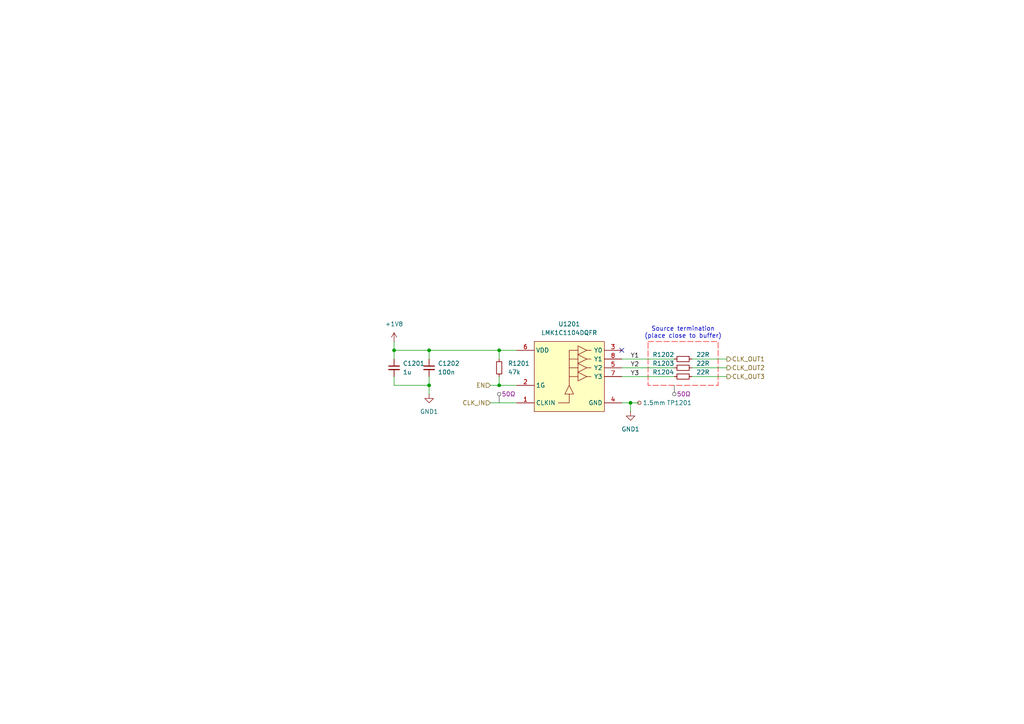
<source format=kicad_sch>
(kicad_sch
	(version 20250114)
	(generator "eeschema")
	(generator_version "9.0")
	(uuid "5c0d76ea-b8c5-46d9-b1c5-59d89f580f1a")
	(paper "A4")
	(title_block
		(title "Clock Buffer")
		(date "2025-06-30")
		(comment 4 "Receives a 25MHz clock from the switch and distributes it to the 3 1000BASE-T1 PHYs.")
	)
	(lib_symbols
		(symbol "CLK-BUF:LMK1C1104DQFR"
			(exclude_from_sim no)
			(in_bom yes)
			(on_board yes)
			(property "Reference" "U"
				(at 0 5.08 0)
				(effects
					(font
						(size 1.27 1.27)
					)
				)
			)
			(property "Value" "LMK1C1104DQFR"
				(at 0 2.54 0)
				(effects
					(font
						(size 1.27 1.27)
					)
				)
			)
			(property "Footprint" "project_footprints:SON50P200X200X80-8N"
				(at 24.13 -94.92 0)
				(effects
					(font
						(size 1.27 1.27)
					)
					(justify left top)
					(hide yes)
				)
			)
			(property "Datasheet" "https://www.ti.com/lit/ds/symlink/lmk1c1104.pdf?ts=1625794058723&ref_url=https%253A%252F%252Fwww.ti.com%252Fproduct%252FLMK1C1104"
				(at 24.13 -194.92 0)
				(effects
					(font
						(size 1.27 1.27)
					)
					(justify left top)
					(hide yes)
				)
			)
			(property "Description" "Clock Buffer 4-channel output LVC MOS 1.8-V buffer"
				(at 0 -22.86 0)
				(effects
					(font
						(size 1.27 1.27)
					)
					(hide yes)
				)
			)
			(property "Height" "0.8"
				(at 24.13 -394.92 0)
				(effects
					(font
						(size 1.27 1.27)
					)
					(justify left top)
					(hide yes)
				)
			)
			(property "Mouser Part Number" "595-LMK1C1104DQFR"
				(at 24.13 -494.92 0)
				(effects
					(font
						(size 1.27 1.27)
					)
					(justify left top)
					(hide yes)
				)
			)
			(property "Mouser Price/Stock" "https://www.mouser.co.uk/ProductDetail/Texas-Instruments/LMK1C1104DQFR?qs=QNEnbhJQKvYdwt0bSAj%252Blw%3D%3D"
				(at 24.13 -594.92 0)
				(effects
					(font
						(size 1.27 1.27)
					)
					(justify left top)
					(hide yes)
				)
			)
			(property "Manufacturer_Name" "Texas Instruments"
				(at 24.13 -694.92 0)
				(effects
					(font
						(size 1.27 1.27)
					)
					(justify left top)
					(hide yes)
				)
			)
			(property "Manufacturer_Part_Number" "LMK1C1104DQFR"
				(at 24.13 -794.92 0)
				(effects
					(font
						(size 1.27 1.27)
					)
					(justify left top)
					(hide yes)
				)
			)
			(symbol "LMK1C1104DQFR_1_1"
				(rectangle
					(start -10.16 0)
					(end 10.16 -20.32)
					(stroke
						(width 0)
						(type solid)
					)
					(fill
						(type background)
					)
				)
				(polyline
					(pts
						(xy -3.175 -17.78) (xy 0 -17.78) (xy 0 -15.24)
					)
					(stroke
						(width 0)
						(type default)
					)
					(fill
						(type none)
					)
				)
				(polyline
					(pts
						(xy -1.27 -15.24) (xy 0 -12.7) (xy 1.27 -15.24) (xy -1.27 -15.24)
					)
					(stroke
						(width 0)
						(type default)
					)
					(fill
						(type none)
					)
				)
				(polyline
					(pts
						(xy 0 -12.7) (xy 0 -2.54) (xy 2.54 -2.54)
					)
					(stroke
						(width 0)
						(type default)
					)
					(fill
						(type none)
					)
				)
				(polyline
					(pts
						(xy 2.54 -1.27) (xy 5.08 -2.54) (xy 2.54 -3.81) (xy 2.54 -1.27)
					)
					(stroke
						(width 0)
						(type default)
					)
					(fill
						(type none)
					)
				)
				(polyline
					(pts
						(xy 2.54 -3.81) (xy 5.08 -5.08) (xy 2.54 -6.35) (xy 2.54 -3.81)
					)
					(stroke
						(width 0)
						(type default)
					)
					(fill
						(type none)
					)
				)
				(polyline
					(pts
						(xy 2.54 -5.08) (xy 0 -5.08)
					)
					(stroke
						(width 0)
						(type default)
					)
					(fill
						(type none)
					)
				)
				(polyline
					(pts
						(xy 2.54 -6.35) (xy 5.08 -7.62) (xy 2.54 -8.89) (xy 2.54 -6.35)
					)
					(stroke
						(width 0)
						(type default)
					)
					(fill
						(type none)
					)
				)
				(polyline
					(pts
						(xy 2.54 -7.62) (xy 0 -7.62)
					)
					(stroke
						(width 0)
						(type default)
					)
					(fill
						(type none)
					)
				)
				(polyline
					(pts
						(xy 2.54 -8.89) (xy 5.08 -10.16) (xy 2.54 -11.43) (xy 2.54 -8.89)
					)
					(stroke
						(width 0)
						(type default)
					)
					(fill
						(type none)
					)
				)
				(polyline
					(pts
						(xy 2.54 -10.16) (xy 0 -10.16)
					)
					(stroke
						(width 0)
						(type default)
					)
					(fill
						(type none)
					)
				)
				(polyline
					(pts
						(xy 5.08 -2.54) (xy 6.35 -2.54)
					)
					(stroke
						(width 0)
						(type default)
					)
					(fill
						(type none)
					)
				)
				(polyline
					(pts
						(xy 5.08 -7.62) (xy 6.35 -7.62)
					)
					(stroke
						(width 0)
						(type default)
					)
					(fill
						(type none)
					)
				)
				(polyline
					(pts
						(xy 5.08 -10.16) (xy 6.35 -10.16)
					)
					(stroke
						(width 0)
						(type default)
					)
					(fill
						(type none)
					)
				)
				(polyline
					(pts
						(xy 6.35 -5.08) (xy 5.08 -5.08)
					)
					(stroke
						(width 0)
						(type default)
					)
					(fill
						(type none)
					)
				)
				(pin power_in line
					(at -15.24 -2.54 0)
					(length 5.08)
					(name "VDD"
						(effects
							(font
								(size 1.27 1.27)
							)
						)
					)
					(number "6"
						(effects
							(font
								(size 1.27 1.27)
							)
						)
					)
				)
				(pin input line
					(at -15.24 -12.7 0)
					(length 5.08)
					(name "1G"
						(effects
							(font
								(size 1.27 1.27)
							)
						)
					)
					(number "2"
						(effects
							(font
								(size 1.27 1.27)
							)
						)
					)
				)
				(pin input line
					(at -15.24 -17.78 0)
					(length 5.08)
					(name "CLKIN"
						(effects
							(font
								(size 1.27 1.27)
							)
						)
					)
					(number "1"
						(effects
							(font
								(size 1.27 1.27)
							)
						)
					)
				)
				(pin output line
					(at 15.24 -2.54 180)
					(length 5.08)
					(name "Y0"
						(effects
							(font
								(size 1.27 1.27)
							)
						)
					)
					(number "3"
						(effects
							(font
								(size 1.27 1.27)
							)
						)
					)
				)
				(pin output line
					(at 15.24 -5.08 180)
					(length 5.08)
					(name "Y1"
						(effects
							(font
								(size 1.27 1.27)
							)
						)
					)
					(number "8"
						(effects
							(font
								(size 1.27 1.27)
							)
						)
					)
				)
				(pin output line
					(at 15.24 -7.62 180)
					(length 5.08)
					(name "Y2"
						(effects
							(font
								(size 1.27 1.27)
							)
						)
					)
					(number "5"
						(effects
							(font
								(size 1.27 1.27)
							)
						)
					)
				)
				(pin output line
					(at 15.24 -10.16 180)
					(length 5.08)
					(name "Y3"
						(effects
							(font
								(size 1.27 1.27)
							)
						)
					)
					(number "7"
						(effects
							(font
								(size 1.27 1.27)
							)
						)
					)
				)
				(pin passive line
					(at 15.24 -17.78 180)
					(length 5.08)
					(name "GND"
						(effects
							(font
								(size 1.27 1.27)
							)
						)
					)
					(number "4"
						(effects
							(font
								(size 1.27 1.27)
							)
						)
					)
				)
			)
			(embedded_fonts no)
		)
		(symbol "Connector:TestPoint_Small"
			(pin_numbers
				(hide yes)
			)
			(pin_names
				(offset 0.762)
				(hide yes)
			)
			(exclude_from_sim no)
			(in_bom yes)
			(on_board yes)
			(property "Reference" "TP"
				(at 0 3.81 0)
				(effects
					(font
						(size 1.27 1.27)
					)
				)
			)
			(property "Value" "TestPoint_Small"
				(at 0 2.032 0)
				(effects
					(font
						(size 1.27 1.27)
					)
				)
			)
			(property "Footprint" ""
				(at 5.08 0 0)
				(effects
					(font
						(size 1.27 1.27)
					)
					(hide yes)
				)
			)
			(property "Datasheet" "~"
				(at 5.08 0 0)
				(effects
					(font
						(size 1.27 1.27)
					)
					(hide yes)
				)
			)
			(property "Description" "test point"
				(at 0 0 0)
				(effects
					(font
						(size 1.27 1.27)
					)
					(hide yes)
				)
			)
			(property "ki_keywords" "test point tp"
				(at 0 0 0)
				(effects
					(font
						(size 1.27 1.27)
					)
					(hide yes)
				)
			)
			(property "ki_fp_filters" "Pin* Test*"
				(at 0 0 0)
				(effects
					(font
						(size 1.27 1.27)
					)
					(hide yes)
				)
			)
			(symbol "TestPoint_Small_0_1"
				(circle
					(center 0 0)
					(radius 0.508)
					(stroke
						(width 0)
						(type default)
					)
					(fill
						(type none)
					)
				)
			)
			(symbol "TestPoint_Small_1_1"
				(pin passive line
					(at 0 0 90)
					(length 0)
					(name "1"
						(effects
							(font
								(size 1.27 1.27)
							)
						)
					)
					(number "1"
						(effects
							(font
								(size 1.27 1.27)
							)
						)
					)
				)
			)
			(embedded_fonts no)
		)
		(symbol "Device:C_Small"
			(pin_numbers
				(hide yes)
			)
			(pin_names
				(offset 0.254)
				(hide yes)
			)
			(exclude_from_sim no)
			(in_bom yes)
			(on_board yes)
			(property "Reference" "C"
				(at 0.254 1.778 0)
				(effects
					(font
						(size 1.27 1.27)
					)
					(justify left)
				)
			)
			(property "Value" "C_Small"
				(at 0.254 -2.032 0)
				(effects
					(font
						(size 1.27 1.27)
					)
					(justify left)
				)
			)
			(property "Footprint" ""
				(at 0 0 0)
				(effects
					(font
						(size 1.27 1.27)
					)
					(hide yes)
				)
			)
			(property "Datasheet" "~"
				(at 0 0 0)
				(effects
					(font
						(size 1.27 1.27)
					)
					(hide yes)
				)
			)
			(property "Description" "Unpolarized capacitor, small symbol"
				(at 0 0 0)
				(effects
					(font
						(size 1.27 1.27)
					)
					(hide yes)
				)
			)
			(property "ki_keywords" "capacitor cap"
				(at 0 0 0)
				(effects
					(font
						(size 1.27 1.27)
					)
					(hide yes)
				)
			)
			(property "ki_fp_filters" "C_*"
				(at 0 0 0)
				(effects
					(font
						(size 1.27 1.27)
					)
					(hide yes)
				)
			)
			(symbol "C_Small_0_1"
				(polyline
					(pts
						(xy -1.524 0.508) (xy 1.524 0.508)
					)
					(stroke
						(width 0.3048)
						(type default)
					)
					(fill
						(type none)
					)
				)
				(polyline
					(pts
						(xy -1.524 -0.508) (xy 1.524 -0.508)
					)
					(stroke
						(width 0.3302)
						(type default)
					)
					(fill
						(type none)
					)
				)
			)
			(symbol "C_Small_1_1"
				(pin passive line
					(at 0 2.54 270)
					(length 2.032)
					(name "~"
						(effects
							(font
								(size 1.27 1.27)
							)
						)
					)
					(number "1"
						(effects
							(font
								(size 1.27 1.27)
							)
						)
					)
				)
				(pin passive line
					(at 0 -2.54 90)
					(length 2.032)
					(name "~"
						(effects
							(font
								(size 1.27 1.27)
							)
						)
					)
					(number "2"
						(effects
							(font
								(size 1.27 1.27)
							)
						)
					)
				)
			)
			(embedded_fonts no)
		)
		(symbol "Device:R_Small"
			(pin_numbers
				(hide yes)
			)
			(pin_names
				(offset 0.254)
				(hide yes)
			)
			(exclude_from_sim no)
			(in_bom yes)
			(on_board yes)
			(property "Reference" "R"
				(at 0 0 90)
				(effects
					(font
						(size 1.016 1.016)
					)
				)
			)
			(property "Value" "R_Small"
				(at 1.778 0 90)
				(effects
					(font
						(size 1.27 1.27)
					)
				)
			)
			(property "Footprint" ""
				(at 0 0 0)
				(effects
					(font
						(size 1.27 1.27)
					)
					(hide yes)
				)
			)
			(property "Datasheet" "~"
				(at 0 0 0)
				(effects
					(font
						(size 1.27 1.27)
					)
					(hide yes)
				)
			)
			(property "Description" "Resistor, small symbol"
				(at 0 0 0)
				(effects
					(font
						(size 1.27 1.27)
					)
					(hide yes)
				)
			)
			(property "ki_keywords" "R resistor"
				(at 0 0 0)
				(effects
					(font
						(size 1.27 1.27)
					)
					(hide yes)
				)
			)
			(property "ki_fp_filters" "R_*"
				(at 0 0 0)
				(effects
					(font
						(size 1.27 1.27)
					)
					(hide yes)
				)
			)
			(symbol "R_Small_0_1"
				(rectangle
					(start -0.762 1.778)
					(end 0.762 -1.778)
					(stroke
						(width 0.2032)
						(type default)
					)
					(fill
						(type none)
					)
				)
			)
			(symbol "R_Small_1_1"
				(pin passive line
					(at 0 2.54 270)
					(length 0.762)
					(name "~"
						(effects
							(font
								(size 1.27 1.27)
							)
						)
					)
					(number "1"
						(effects
							(font
								(size 1.27 1.27)
							)
						)
					)
				)
				(pin passive line
					(at 0 -2.54 90)
					(length 0.762)
					(name "~"
						(effects
							(font
								(size 1.27 1.27)
							)
						)
					)
					(number "2"
						(effects
							(font
								(size 1.27 1.27)
							)
						)
					)
				)
			)
			(embedded_fonts no)
		)
		(symbol "power:+1V8"
			(power)
			(pin_numbers
				(hide yes)
			)
			(pin_names
				(offset 0)
				(hide yes)
			)
			(exclude_from_sim no)
			(in_bom yes)
			(on_board yes)
			(property "Reference" "#PWR"
				(at 0 -3.81 0)
				(effects
					(font
						(size 1.27 1.27)
					)
					(hide yes)
				)
			)
			(property "Value" "+1V8"
				(at 0 3.556 0)
				(effects
					(font
						(size 1.27 1.27)
					)
				)
			)
			(property "Footprint" ""
				(at 0 0 0)
				(effects
					(font
						(size 1.27 1.27)
					)
					(hide yes)
				)
			)
			(property "Datasheet" ""
				(at 0 0 0)
				(effects
					(font
						(size 1.27 1.27)
					)
					(hide yes)
				)
			)
			(property "Description" "Power symbol creates a global label with name \"+1V8\""
				(at 0 0 0)
				(effects
					(font
						(size 1.27 1.27)
					)
					(hide yes)
				)
			)
			(property "ki_keywords" "global power"
				(at 0 0 0)
				(effects
					(font
						(size 1.27 1.27)
					)
					(hide yes)
				)
			)
			(symbol "+1V8_0_1"
				(polyline
					(pts
						(xy -0.762 1.27) (xy 0 2.54)
					)
					(stroke
						(width 0)
						(type default)
					)
					(fill
						(type none)
					)
				)
				(polyline
					(pts
						(xy 0 2.54) (xy 0.762 1.27)
					)
					(stroke
						(width 0)
						(type default)
					)
					(fill
						(type none)
					)
				)
				(polyline
					(pts
						(xy 0 0) (xy 0 2.54)
					)
					(stroke
						(width 0)
						(type default)
					)
					(fill
						(type none)
					)
				)
			)
			(symbol "+1V8_1_1"
				(pin power_in line
					(at 0 0 90)
					(length 0)
					(name "~"
						(effects
							(font
								(size 1.27 1.27)
							)
						)
					)
					(number "1"
						(effects
							(font
								(size 1.27 1.27)
							)
						)
					)
				)
			)
			(embedded_fonts no)
		)
		(symbol "power:GND1"
			(power)
			(pin_numbers
				(hide yes)
			)
			(pin_names
				(offset 0)
				(hide yes)
			)
			(exclude_from_sim no)
			(in_bom yes)
			(on_board yes)
			(property "Reference" "#PWR"
				(at 0 -6.35 0)
				(effects
					(font
						(size 1.27 1.27)
					)
					(hide yes)
				)
			)
			(property "Value" "GND1"
				(at 0 -3.81 0)
				(effects
					(font
						(size 1.27 1.27)
					)
				)
			)
			(property "Footprint" ""
				(at 0 0 0)
				(effects
					(font
						(size 1.27 1.27)
					)
					(hide yes)
				)
			)
			(property "Datasheet" ""
				(at 0 0 0)
				(effects
					(font
						(size 1.27 1.27)
					)
					(hide yes)
				)
			)
			(property "Description" "Power symbol creates a global label with name \"GND1\" , ground"
				(at 0 0 0)
				(effects
					(font
						(size 1.27 1.27)
					)
					(hide yes)
				)
			)
			(property "ki_keywords" "global power"
				(at 0 0 0)
				(effects
					(font
						(size 1.27 1.27)
					)
					(hide yes)
				)
			)
			(symbol "GND1_0_1"
				(polyline
					(pts
						(xy 0 0) (xy 0 -1.27) (xy 1.27 -1.27) (xy 0 -2.54) (xy -1.27 -1.27) (xy 0 -1.27)
					)
					(stroke
						(width 0)
						(type default)
					)
					(fill
						(type none)
					)
				)
			)
			(symbol "GND1_1_1"
				(pin power_in line
					(at 0 0 270)
					(length 0)
					(name "~"
						(effects
							(font
								(size 1.27 1.27)
							)
						)
					)
					(number "1"
						(effects
							(font
								(size 1.27 1.27)
							)
						)
					)
				)
			)
			(embedded_fonts no)
		)
	)
	(text "Source termination\n(place close to buffer)"
		(exclude_from_sim no)
		(at 198.12 96.52 0)
		(effects
			(font
				(size 1.27 1.27)
			)
		)
		(uuid "2f8a18a1-4e92-4e4c-8806-847eca18081a")
	)
	(junction
		(at 144.78 111.76)
		(diameter 0)
		(color 0 0 0 0)
		(uuid "3a82ee20-f676-4d69-9fc0-e06954e40a53")
	)
	(junction
		(at 124.46 101.6)
		(diameter 0)
		(color 0 0 0 0)
		(uuid "45862594-3bd0-4130-b3fb-f13e82070255")
	)
	(junction
		(at 114.3 101.6)
		(diameter 0)
		(color 0 0 0 0)
		(uuid "4a0afb8a-d043-4fe3-b8ff-8fb750c9044e")
	)
	(junction
		(at 182.88 116.84)
		(diameter 0)
		(color 0 0 0 0)
		(uuid "54c2e460-a67d-4d35-956d-c1ad8fd6b354")
	)
	(junction
		(at 124.46 111.76)
		(diameter 0)
		(color 0 0 0 0)
		(uuid "d5259209-0243-43ff-9361-3ca05d738973")
	)
	(junction
		(at 144.78 101.6)
		(diameter 0)
		(color 0 0 0 0)
		(uuid "e2c87f0a-ad0a-48a6-b368-9ea29b90f8ff")
	)
	(no_connect
		(at 180.34 101.6)
		(uuid "ccb99984-3c57-401e-974f-060bf2b73429")
	)
	(wire
		(pts
			(xy 200.66 106.68) (xy 210.82 106.68)
		)
		(stroke
			(width 0)
			(type default)
		)
		(uuid "0d55f7a9-67bd-4999-af68-5a09ef74d25d")
	)
	(wire
		(pts
			(xy 180.34 106.68) (xy 195.58 106.68)
		)
		(stroke
			(width 0)
			(type default)
		)
		(uuid "109b1f92-d6ae-43ff-8e51-7a0d77327769")
	)
	(wire
		(pts
			(xy 142.24 116.84) (xy 149.86 116.84)
		)
		(stroke
			(width 0)
			(type default)
		)
		(uuid "1174c4dd-e443-4be9-b478-43e18b744e5b")
	)
	(wire
		(pts
			(xy 144.78 104.14) (xy 144.78 101.6)
		)
		(stroke
			(width 0)
			(type default)
		)
		(uuid "2982e4e0-e0ad-48de-a8bf-8234252e86a2")
	)
	(wire
		(pts
			(xy 114.3 111.76) (xy 114.3 109.22)
		)
		(stroke
			(width 0)
			(type default)
		)
		(uuid "320b4381-616a-4397-adc3-41c79cc4d4b6")
	)
	(wire
		(pts
			(xy 200.66 104.14) (xy 210.82 104.14)
		)
		(stroke
			(width 0)
			(type default)
		)
		(uuid "39a21e57-5103-4e3f-8d12-99e22e1420fc")
	)
	(wire
		(pts
			(xy 144.78 109.22) (xy 144.78 111.76)
		)
		(stroke
			(width 0)
			(type default)
		)
		(uuid "3c2d11d0-f265-4422-aedf-b58caab30dbd")
	)
	(wire
		(pts
			(xy 114.3 101.6) (xy 124.46 101.6)
		)
		(stroke
			(width 0)
			(type default)
		)
		(uuid "4cbb25e7-e47d-4415-b4d2-1bf1bd29dc2c")
	)
	(wire
		(pts
			(xy 124.46 104.14) (xy 124.46 101.6)
		)
		(stroke
			(width 0)
			(type default)
		)
		(uuid "569cfd42-aec2-4a87-806b-151dc1a0e366")
	)
	(wire
		(pts
			(xy 124.46 111.76) (xy 124.46 114.3)
		)
		(stroke
			(width 0)
			(type default)
		)
		(uuid "63c985d8-7036-4f1b-9a81-077fe2d784e4")
	)
	(wire
		(pts
			(xy 180.34 104.14) (xy 195.58 104.14)
		)
		(stroke
			(width 0)
			(type default)
		)
		(uuid "7ef598c2-8a1c-4f2a-8649-c656f86e1780")
	)
	(wire
		(pts
			(xy 182.88 116.84) (xy 182.88 119.38)
		)
		(stroke
			(width 0)
			(type default)
		)
		(uuid "8423e8d7-e947-4116-afce-142e091113a6")
	)
	(wire
		(pts
			(xy 180.34 116.84) (xy 182.88 116.84)
		)
		(stroke
			(width 0)
			(type default)
		)
		(uuid "91c9a54c-dff4-4497-ac8d-f1a5a74e711d")
	)
	(wire
		(pts
			(xy 114.3 99.06) (xy 114.3 101.6)
		)
		(stroke
			(width 0)
			(type default)
		)
		(uuid "9c05c8e5-c575-4fc8-a080-91fabc72d43e")
	)
	(wire
		(pts
			(xy 200.66 109.22) (xy 210.82 109.22)
		)
		(stroke
			(width 0)
			(type default)
		)
		(uuid "9f8bec7c-557f-442c-9c37-156e02d16a9f")
	)
	(wire
		(pts
			(xy 114.3 111.76) (xy 124.46 111.76)
		)
		(stroke
			(width 0)
			(type default)
		)
		(uuid "a0856cbc-bdfa-4019-b186-c4a8642c2e1c")
	)
	(wire
		(pts
			(xy 142.24 111.76) (xy 144.78 111.76)
		)
		(stroke
			(width 0)
			(type default)
		)
		(uuid "a2f1f4f0-21c3-44c9-ab1b-1a8be3ab2325")
	)
	(wire
		(pts
			(xy 144.78 101.6) (xy 149.86 101.6)
		)
		(stroke
			(width 0)
			(type default)
		)
		(uuid "bf888336-959a-4262-8bb0-3b3fe6b3102e")
	)
	(wire
		(pts
			(xy 182.88 116.84) (xy 185.42 116.84)
		)
		(stroke
			(width 0)
			(type default)
		)
		(uuid "c0798a19-45c9-4fd5-89e8-67f518c884bb")
	)
	(wire
		(pts
			(xy 144.78 111.76) (xy 149.86 111.76)
		)
		(stroke
			(width 0)
			(type default)
		)
		(uuid "c2733101-591e-4453-8728-26adb8d045e0")
	)
	(wire
		(pts
			(xy 180.34 109.22) (xy 195.58 109.22)
		)
		(stroke
			(width 0)
			(type default)
		)
		(uuid "d6124e17-8271-4a7c-883c-0241fb3bb615")
	)
	(wire
		(pts
			(xy 114.3 104.14) (xy 114.3 101.6)
		)
		(stroke
			(width 0)
			(type default)
		)
		(uuid "eb14e00e-8a10-41b4-b00c-b1b7204808a1")
	)
	(wire
		(pts
			(xy 124.46 101.6) (xy 144.78 101.6)
		)
		(stroke
			(width 0)
			(type default)
		)
		(uuid "f27b6270-3ac5-4587-96e7-b61cdec18270")
	)
	(wire
		(pts
			(xy 124.46 111.76) (xy 124.46 109.22)
		)
		(stroke
			(width 0)
			(type default)
		)
		(uuid "fb294ef2-4d10-48b8-8667-6b2d473fa471")
	)
	(label "Y1"
		(at 182.88 104.14 0)
		(effects
			(font
				(size 1.27 1.27)
			)
			(justify left bottom)
		)
		(uuid "3d44ddc4-b8d0-48ee-876f-8649b64c230e")
	)
	(label "Y2"
		(at 182.88 106.68 0)
		(effects
			(font
				(size 1.27 1.27)
			)
			(justify left bottom)
		)
		(uuid "65b59bf0-8353-4217-8586-b2f1d052fdf1")
	)
	(label "Y3"
		(at 182.88 109.22 0)
		(effects
			(font
				(size 1.27 1.27)
			)
			(justify left bottom)
		)
		(uuid "a75cc509-456a-4881-9df7-85d021a7c0f0")
	)
	(hierarchical_label "CLK_OUT3"
		(shape output)
		(at 210.82 109.22 0)
		(effects
			(font
				(size 1.27 1.27)
			)
			(justify left)
		)
		(uuid "4b74fe04-dd20-4b42-9319-782cd1ad1edc")
	)
	(hierarchical_label "CLK_IN"
		(shape input)
		(at 142.24 116.84 180)
		(effects
			(font
				(size 1.27 1.27)
			)
			(justify right)
		)
		(uuid "5acb6016-9fec-4e62-bbe4-060b15551583")
	)
	(hierarchical_label "CLK_OUT2"
		(shape output)
		(at 210.82 106.68 0)
		(effects
			(font
				(size 1.27 1.27)
			)
			(justify left)
		)
		(uuid "5e96972b-8a6e-49e6-9e94-0b60f254384d")
	)
	(hierarchical_label "CLK_OUT1"
		(shape output)
		(at 210.82 104.14 0)
		(effects
			(font
				(size 1.27 1.27)
			)
			(justify left)
		)
		(uuid "dcce05d6-283b-4271-b905-3e85470f2d0f")
	)
	(hierarchical_label "EN"
		(shape input)
		(at 142.24 111.76 180)
		(effects
			(font
				(size 1.27 1.27)
			)
			(justify right)
		)
		(uuid "fe7bd543-b207-444a-ad01-16c3bd55729d")
	)
	(rule_area
		(polyline
			(pts
				(xy 187.96 99.06) (xy 208.28 99.06) (xy 208.28 111.76) (xy 187.96 111.76)
			)
			(stroke
				(width 0)
				(type dash)
			)
			(fill
				(type none)
			)
			(uuid a4b0e75c-fc22-43c3-a391-b9b0becb55c0)
		)
	)
	(netclass_flag ""
		(length 2.54)
		(shape round)
		(at 195.58 111.76 180)
		(fields_autoplaced yes)
		(effects
			(font
				(size 1.27 1.27)
			)
			(justify right bottom)
		)
		(uuid "b6b05b5a-c6e8-4ea6-b3dc-61199a10792f")
		(property "Netclass" "50Ω"
			(at 196.2785 114.3 0)
			(effects
				(font
					(size 1.27 1.27)
				)
				(justify left)
			)
		)
		(property "Component Class" ""
			(at 15.24 25.4 0)
			(effects
				(font
					(size 1.27 1.27)
					(italic yes)
				)
			)
		)
	)
	(netclass_flag ""
		(length 2.54)
		(shape round)
		(at 144.78 116.84 0)
		(fields_autoplaced yes)
		(effects
			(font
				(size 1.27 1.27)
			)
			(justify left bottom)
		)
		(uuid "e529c361-9cea-417b-b24d-2f7ccc65ebbe")
		(property "Netclass" "50Ω"
			(at 145.4785 114.3 0)
			(effects
				(font
					(size 1.27 1.27)
				)
				(justify left)
			)
		)
		(property "Component Class" ""
			(at -35.56 30.48 0)
			(effects
				(font
					(size 1.27 1.27)
					(italic yes)
				)
			)
		)
	)
	(symbol
		(lib_id "Connector:TestPoint_Small")
		(at 185.42 116.84 0)
		(unit 1)
		(exclude_from_sim no)
		(in_bom no)
		(on_board yes)
		(dnp no)
		(uuid "12fa99bc-73a5-4b11-9ee8-051b4652c771")
		(property "Reference" "TP1201"
			(at 200.66 116.84 0)
			(effects
				(font
					(size 1.27 1.27)
				)
				(justify right)
			)
		)
		(property "Value" "1.5mm"
			(at 193.04 116.84 0)
			(effects
				(font
					(size 1.27 1.27)
				)
				(justify right)
			)
		)
		(property "Footprint" "TestPoint:TestPoint_Pad_D1.5mm"
			(at 190.5 116.84 0)
			(effects
				(font
					(size 1.27 1.27)
				)
				(hide yes)
			)
		)
		(property "Datasheet" "~"
			(at 190.5 116.84 0)
			(effects
				(font
					(size 1.27 1.27)
				)
				(hide yes)
			)
		)
		(property "Description" "test point"
			(at 185.42 116.84 0)
			(effects
				(font
					(size 1.27 1.27)
				)
				(hide yes)
			)
		)
		(pin "1"
			(uuid "23800de6-1bfb-4b38-8d23-f2d2b4016b3d")
		)
		(instances
			(project "switch_main_v4"
				(path "/a5e57332-4284-4d3c-ab3c-13bc0ddb29b6/71322af8-b569-498c-a6bf-684e9909732c/f77f72b3-a990-4136-893d-b4cce8a618ff"
					(reference "TP1201")
					(unit 1)
				)
			)
		)
	)
	(symbol
		(lib_id "power:+1V8")
		(at 114.3 99.06 0)
		(unit 1)
		(exclude_from_sim no)
		(in_bom yes)
		(on_board yes)
		(dnp no)
		(fields_autoplaced yes)
		(uuid "1a4c1ead-b211-4807-a87e-ef4d664a63c9")
		(property "Reference" "#PWR01201"
			(at 114.3 102.87 0)
			(effects
				(font
					(size 1.27 1.27)
				)
				(hide yes)
			)
		)
		(property "Value" "+1V8"
			(at 114.3 93.98 0)
			(effects
				(font
					(size 1.27 1.27)
				)
			)
		)
		(property "Footprint" ""
			(at 114.3 99.06 0)
			(effects
				(font
					(size 1.27 1.27)
				)
				(hide yes)
			)
		)
		(property "Datasheet" ""
			(at 114.3 99.06 0)
			(effects
				(font
					(size 1.27 1.27)
				)
				(hide yes)
			)
		)
		(property "Description" "Power symbol creates a global label with name \"+1V8\""
			(at 114.3 99.06 0)
			(effects
				(font
					(size 1.27 1.27)
				)
				(hide yes)
			)
		)
		(pin "1"
			(uuid "fec52284-f90d-4691-af70-46dcbefe4f5a")
		)
		(instances
			(project "switch_main_v4"
				(path "/a5e57332-4284-4d3c-ab3c-13bc0ddb29b6/71322af8-b569-498c-a6bf-684e9909732c/f77f72b3-a990-4136-893d-b4cce8a618ff"
					(reference "#PWR01201")
					(unit 1)
				)
			)
		)
	)
	(symbol
		(lib_id "Device:R_Small")
		(at 198.12 109.22 90)
		(mirror x)
		(unit 1)
		(exclude_from_sim no)
		(in_bom yes)
		(on_board yes)
		(dnp no)
		(uuid "303f85ba-18ca-4743-a72e-be15297d167d")
		(property "Reference" "R1204"
			(at 189.23 107.95 90)
			(effects
				(font
					(size 1.27 1.27)
				)
				(justify right)
			)
		)
		(property "Value" "22R"
			(at 201.93 107.95 90)
			(effects
				(font
					(size 1.27 1.27)
				)
				(justify right)
			)
		)
		(property "Footprint" "Resistor_SMD:R_0402_1005Metric"
			(at 198.12 109.22 0)
			(effects
				(font
					(size 1.27 1.27)
				)
				(hide yes)
			)
		)
		(property "Datasheet" "~"
			(at 198.12 109.22 0)
			(effects
				(font
					(size 1.27 1.27)
				)
				(hide yes)
			)
		)
		(property "Description" "Resistor, small symbol"
			(at 198.12 109.22 0)
			(effects
				(font
					(size 1.27 1.27)
				)
				(hide yes)
			)
		)
		(pin "2"
			(uuid "e88042c7-9a6f-477a-8454-4fe735932291")
		)
		(pin "1"
			(uuid "801ee50f-7b89-49cc-a75f-57d966e99b0a")
		)
		(instances
			(project "switch_main_v4"
				(path "/a5e57332-4284-4d3c-ab3c-13bc0ddb29b6/71322af8-b569-498c-a6bf-684e9909732c/f77f72b3-a990-4136-893d-b4cce8a618ff"
					(reference "R1204")
					(unit 1)
				)
			)
		)
	)
	(symbol
		(lib_id "CLK-BUF:LMK1C1104DQFR")
		(at 165.1 99.06 0)
		(unit 1)
		(exclude_from_sim no)
		(in_bom yes)
		(on_board yes)
		(dnp no)
		(fields_autoplaced yes)
		(uuid "398db274-25d4-4a26-ad5d-e1f7c6f00dce")
		(property "Reference" "U1201"
			(at 165.1 93.98 0)
			(effects
				(font
					(size 1.27 1.27)
				)
			)
		)
		(property "Value" "LMK1C1104DQFR"
			(at 165.1 96.52 0)
			(effects
				(font
					(size 1.27 1.27)
				)
			)
		)
		(property "Footprint" "project_footprints:SON50P200X200X80-8N"
			(at 189.23 193.98 0)
			(effects
				(font
					(size 1.27 1.27)
				)
				(justify left top)
				(hide yes)
			)
		)
		(property "Datasheet" "https://www.ti.com/lit/ds/symlink/lmk1c1104.pdf?ts=1625794058723&ref_url=https%253A%252F%252Fwww.ti.com%252Fproduct%252FLMK1C1104"
			(at 189.23 293.98 0)
			(effects
				(font
					(size 1.27 1.27)
				)
				(justify left top)
				(hide yes)
			)
		)
		(property "Description" "Clock Buffer 4-channel output LVC MOS 1.8-V buffer"
			(at 165.1 121.92 0)
			(effects
				(font
					(size 1.27 1.27)
				)
				(hide yes)
			)
		)
		(property "Height" "0.8"
			(at 189.23 493.98 0)
			(effects
				(font
					(size 1.27 1.27)
				)
				(justify left top)
				(hide yes)
			)
		)
		(property "Mouser Part Number" "595-LMK1C1104DQFR"
			(at 189.23 593.98 0)
			(effects
				(font
					(size 1.27 1.27)
				)
				(justify left top)
				(hide yes)
			)
		)
		(property "Mouser Price/Stock" "https://www.mouser.co.uk/ProductDetail/Texas-Instruments/LMK1C1104DQFR?qs=QNEnbhJQKvYdwt0bSAj%252Blw%3D%3D"
			(at 189.23 693.98 0)
			(effects
				(font
					(size 1.27 1.27)
				)
				(justify left top)
				(hide yes)
			)
		)
		(property "Manufacturer_Name" "Texas Instruments"
			(at 189.23 793.98 0)
			(effects
				(font
					(size 1.27 1.27)
				)
				(justify left top)
				(hide yes)
			)
		)
		(property "Manufacturer_Part_Number" "LMK1C1104DQFR"
			(at 189.23 893.98 0)
			(effects
				(font
					(size 1.27 1.27)
				)
				(justify left top)
				(hide yes)
			)
		)
		(pin "5"
			(uuid "266b3967-1a88-46ca-989e-90bafb4d6809")
		)
		(pin "6"
			(uuid "7a6bfc7e-1808-43e3-bfc8-f09f8900ab57")
		)
		(pin "2"
			(uuid "cfa15820-f6ca-48ff-a8a1-f72aa8367a02")
		)
		(pin "1"
			(uuid "5031cd81-4226-4e93-adfd-bff2e7746e90")
		)
		(pin "3"
			(uuid "395d0016-1d61-4fa3-86c3-4156f87ffb49")
		)
		(pin "8"
			(uuid "5268a9e5-ff64-4865-86e8-0fb99436aeef")
		)
		(pin "7"
			(uuid "7b0fa28e-c9d4-413e-8a4d-3ef512fe9924")
		)
		(pin "4"
			(uuid "686c7e00-131c-49b2-bebd-a8e9d76ab18d")
		)
		(instances
			(project ""
				(path "/a5e57332-4284-4d3c-ab3c-13bc0ddb29b6/71322af8-b569-498c-a6bf-684e9909732c/f77f72b3-a990-4136-893d-b4cce8a618ff"
					(reference "U1201")
					(unit 1)
				)
			)
		)
	)
	(symbol
		(lib_id "Device:R_Small")
		(at 198.12 104.14 90)
		(mirror x)
		(unit 1)
		(exclude_from_sim no)
		(in_bom yes)
		(on_board yes)
		(dnp no)
		(uuid "3b2faba5-088d-4ef3-9e32-30ba102434e7")
		(property "Reference" "R1202"
			(at 189.23 102.87 90)
			(effects
				(font
					(size 1.27 1.27)
				)
				(justify right)
			)
		)
		(property "Value" "22R"
			(at 201.93 102.87 90)
			(effects
				(font
					(size 1.27 1.27)
				)
				(justify right)
			)
		)
		(property "Footprint" "Resistor_SMD:R_0402_1005Metric"
			(at 198.12 104.14 0)
			(effects
				(font
					(size 1.27 1.27)
				)
				(hide yes)
			)
		)
		(property "Datasheet" "~"
			(at 198.12 104.14 0)
			(effects
				(font
					(size 1.27 1.27)
				)
				(hide yes)
			)
		)
		(property "Description" "Resistor, small symbol"
			(at 198.12 104.14 0)
			(effects
				(font
					(size 1.27 1.27)
				)
				(hide yes)
			)
		)
		(pin "2"
			(uuid "ea27453e-f436-4f48-8bbe-1597084b9584")
		)
		(pin "1"
			(uuid "c636180a-b032-432d-bebf-0efd8d9efbae")
		)
		(instances
			(project "switch_main_v4"
				(path "/a5e57332-4284-4d3c-ab3c-13bc0ddb29b6/71322af8-b569-498c-a6bf-684e9909732c/f77f72b3-a990-4136-893d-b4cce8a618ff"
					(reference "R1202")
					(unit 1)
				)
			)
		)
	)
	(symbol
		(lib_id "power:GND1")
		(at 182.88 119.38 0)
		(unit 1)
		(exclude_from_sim no)
		(in_bom yes)
		(on_board yes)
		(dnp no)
		(fields_autoplaced yes)
		(uuid "3d8d5a15-fb22-4e98-aa98-e1475fa5d0e9")
		(property "Reference" "#PWR01203"
			(at 182.88 125.73 0)
			(effects
				(font
					(size 1.27 1.27)
				)
				(hide yes)
			)
		)
		(property "Value" "GND1"
			(at 182.88 124.46 0)
			(effects
				(font
					(size 1.27 1.27)
				)
			)
		)
		(property "Footprint" ""
			(at 182.88 119.38 0)
			(effects
				(font
					(size 1.27 1.27)
				)
				(hide yes)
			)
		)
		(property "Datasheet" ""
			(at 182.88 119.38 0)
			(effects
				(font
					(size 1.27 1.27)
				)
				(hide yes)
			)
		)
		(property "Description" "Power symbol creates a global label with name \"GND1\" , ground"
			(at 182.88 119.38 0)
			(effects
				(font
					(size 1.27 1.27)
				)
				(hide yes)
			)
		)
		(pin "1"
			(uuid "8ab5cf0d-9026-4d72-8bb4-0157525caa7c")
		)
		(instances
			(project ""
				(path "/a5e57332-4284-4d3c-ab3c-13bc0ddb29b6/71322af8-b569-498c-a6bf-684e9909732c/f77f72b3-a990-4136-893d-b4cce8a618ff"
					(reference "#PWR01203")
					(unit 1)
				)
			)
		)
	)
	(symbol
		(lib_id "power:GND1")
		(at 124.46 114.3 0)
		(mirror y)
		(unit 1)
		(exclude_from_sim no)
		(in_bom yes)
		(on_board yes)
		(dnp no)
		(fields_autoplaced yes)
		(uuid "497a36a8-5848-4fbc-8d6a-c97e1b2e34b9")
		(property "Reference" "#PWR01202"
			(at 124.46 120.65 0)
			(effects
				(font
					(size 1.27 1.27)
				)
				(hide yes)
			)
		)
		(property "Value" "GND1"
			(at 124.46 119.38 0)
			(effects
				(font
					(size 1.27 1.27)
				)
			)
		)
		(property "Footprint" ""
			(at 124.46 114.3 0)
			(effects
				(font
					(size 1.27 1.27)
				)
				(hide yes)
			)
		)
		(property "Datasheet" ""
			(at 124.46 114.3 0)
			(effects
				(font
					(size 1.27 1.27)
				)
				(hide yes)
			)
		)
		(property "Description" "Power symbol creates a global label with name \"GND1\" , ground"
			(at 124.46 114.3 0)
			(effects
				(font
					(size 1.27 1.27)
				)
				(hide yes)
			)
		)
		(pin "1"
			(uuid "2a673d4e-49a8-4c67-b61b-b7d4947c9cda")
		)
		(instances
			(project "switch_main_v4"
				(path "/a5e57332-4284-4d3c-ab3c-13bc0ddb29b6/71322af8-b569-498c-a6bf-684e9909732c/f77f72b3-a990-4136-893d-b4cce8a618ff"
					(reference "#PWR01202")
					(unit 1)
				)
			)
		)
	)
	(symbol
		(lib_id "Device:C_Small")
		(at 114.3 106.68 0)
		(unit 1)
		(exclude_from_sim no)
		(in_bom yes)
		(on_board yes)
		(dnp no)
		(uuid "67d769d1-f3be-4c2a-8250-cc9b05891d3a")
		(property "Reference" "C1201"
			(at 116.84 105.4162 0)
			(effects
				(font
					(size 1.27 1.27)
				)
				(justify left)
			)
		)
		(property "Value" "1u"
			(at 116.84 107.9562 0)
			(effects
				(font
					(size 1.27 1.27)
				)
				(justify left)
			)
		)
		(property "Footprint" "Capacitor_SMD:C_0402_1005Metric"
			(at 114.3 106.68 0)
			(effects
				(font
					(size 1.27 1.27)
				)
				(hide yes)
			)
		)
		(property "Datasheet" "~"
			(at 114.3 106.68 0)
			(effects
				(font
					(size 1.27 1.27)
				)
				(hide yes)
			)
		)
		(property "Description" "Unpolarized capacitor, small symbol"
			(at 114.3 106.68 0)
			(effects
				(font
					(size 1.27 1.27)
				)
				(hide yes)
			)
		)
		(pin "1"
			(uuid "74d7f928-f08b-41be-9154-e74aadf36133")
		)
		(pin "2"
			(uuid "d0b6a6f1-a183-4e53-8707-f5beb6814b16")
		)
		(instances
			(project "switch_main_v4"
				(path "/a5e57332-4284-4d3c-ab3c-13bc0ddb29b6/71322af8-b569-498c-a6bf-684e9909732c/f77f72b3-a990-4136-893d-b4cce8a618ff"
					(reference "C1201")
					(unit 1)
				)
			)
		)
	)
	(symbol
		(lib_id "Device:R_Small")
		(at 144.78 106.68 180)
		(unit 1)
		(exclude_from_sim no)
		(in_bom yes)
		(on_board yes)
		(dnp no)
		(uuid "95cdd435-3ff1-4a4f-9204-708ae2b42182")
		(property "Reference" "R1201"
			(at 147.32 105.4099 0)
			(effects
				(font
					(size 1.27 1.27)
				)
				(justify right)
			)
		)
		(property "Value" "47k"
			(at 147.32 107.9499 0)
			(effects
				(font
					(size 1.27 1.27)
				)
				(justify right)
			)
		)
		(property "Footprint" "Resistor_SMD:R_0402_1005Metric"
			(at 144.78 106.68 0)
			(effects
				(font
					(size 1.27 1.27)
				)
				(hide yes)
			)
		)
		(property "Datasheet" "~"
			(at 144.78 106.68 0)
			(effects
				(font
					(size 1.27 1.27)
				)
				(hide yes)
			)
		)
		(property "Description" "Resistor, small symbol"
			(at 144.78 106.68 0)
			(effects
				(font
					(size 1.27 1.27)
				)
				(hide yes)
			)
		)
		(pin "2"
			(uuid "53f4b07d-b6a1-4668-ae48-353956402f16")
		)
		(pin "1"
			(uuid "fdd3c37f-b03e-4a9e-b1ae-a43d3ed54153")
		)
		(instances
			(project "switch_main_v4"
				(path "/a5e57332-4284-4d3c-ab3c-13bc0ddb29b6/71322af8-b569-498c-a6bf-684e9909732c/f77f72b3-a990-4136-893d-b4cce8a618ff"
					(reference "R1201")
					(unit 1)
				)
			)
		)
	)
	(symbol
		(lib_id "Device:C_Small")
		(at 124.46 106.68 0)
		(unit 1)
		(exclude_from_sim no)
		(in_bom yes)
		(on_board yes)
		(dnp no)
		(uuid "974432e3-4d5a-48fb-8650-5c69f3ddbb71")
		(property "Reference" "C1202"
			(at 127 105.4162 0)
			(effects
				(font
					(size 1.27 1.27)
				)
				(justify left)
			)
		)
		(property "Value" "100n"
			(at 127 107.9562 0)
			(effects
				(font
					(size 1.27 1.27)
				)
				(justify left)
			)
		)
		(property "Footprint" "Capacitor_SMD:C_0402_1005Metric"
			(at 124.46 106.68 0)
			(effects
				(font
					(size 1.27 1.27)
				)
				(hide yes)
			)
		)
		(property "Datasheet" "~"
			(at 124.46 106.68 0)
			(effects
				(font
					(size 1.27 1.27)
				)
				(hide yes)
			)
		)
		(property "Description" "Unpolarized capacitor, small symbol"
			(at 124.46 106.68 0)
			(effects
				(font
					(size 1.27 1.27)
				)
				(hide yes)
			)
		)
		(pin "1"
			(uuid "10d77d79-18fc-48ac-9b84-0fedeed29df1")
		)
		(pin "2"
			(uuid "94fe6bc1-de95-4dad-9c3b-cb91b8708323")
		)
		(instances
			(project "switch_main_v4"
				(path "/a5e57332-4284-4d3c-ab3c-13bc0ddb29b6/71322af8-b569-498c-a6bf-684e9909732c/f77f72b3-a990-4136-893d-b4cce8a618ff"
					(reference "C1202")
					(unit 1)
				)
			)
		)
	)
	(symbol
		(lib_id "Device:R_Small")
		(at 198.12 106.68 90)
		(mirror x)
		(unit 1)
		(exclude_from_sim no)
		(in_bom yes)
		(on_board yes)
		(dnp no)
		(uuid "9f589fd4-0b60-4b4b-aef7-7fe9e4828727")
		(property "Reference" "R1203"
			(at 189.23 105.41 90)
			(effects
				(font
					(size 1.27 1.27)
				)
				(justify right)
			)
		)
		(property "Value" "22R"
			(at 201.93 105.41 90)
			(effects
				(font
					(size 1.27 1.27)
				)
				(justify right)
			)
		)
		(property "Footprint" "Resistor_SMD:R_0402_1005Metric"
			(at 198.12 106.68 0)
			(effects
				(font
					(size 1.27 1.27)
				)
				(hide yes)
			)
		)
		(property "Datasheet" "~"
			(at 198.12 106.68 0)
			(effects
				(font
					(size 1.27 1.27)
				)
				(hide yes)
			)
		)
		(property "Description" "Resistor, small symbol"
			(at 198.12 106.68 0)
			(effects
				(font
					(size 1.27 1.27)
				)
				(hide yes)
			)
		)
		(pin "2"
			(uuid "2f9ab33a-4219-44db-bf3b-512936cfcc3b")
		)
		(pin "1"
			(uuid "f76d1f35-e3cd-4859-b59b-78cd253b5a09")
		)
		(instances
			(project "switch_main_v4"
				(path "/a5e57332-4284-4d3c-ab3c-13bc0ddb29b6/71322af8-b569-498c-a6bf-684e9909732c/f77f72b3-a990-4136-893d-b4cce8a618ff"
					(reference "R1203")
					(unit 1)
				)
			)
		)
	)
)

</source>
